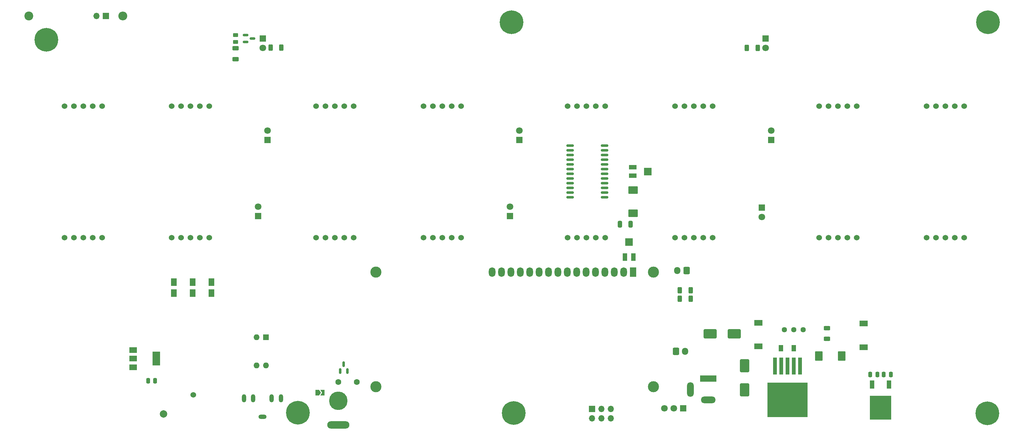
<source format=gbr>
%TF.GenerationSoftware,KiCad,Pcbnew,(6.0.10)*%
%TF.CreationDate,2023-11-27T04:30:22+11:00*%
%TF.ProjectId,Digislate,44696769-736c-4617-9465-2e6b69636164,rev?*%
%TF.SameCoordinates,Original*%
%TF.FileFunction,Soldermask,Bot*%
%TF.FilePolarity,Negative*%
%FSLAX46Y46*%
G04 Gerber Fmt 4.6, Leading zero omitted, Abs format (unit mm)*
G04 Created by KiCad (PCBNEW (6.0.10)) date 2023-11-27 04:30:22*
%MOMM*%
%LPD*%
G01*
G04 APERTURE LIST*
G04 Aperture macros list*
%AMRoundRect*
0 Rectangle with rounded corners*
0 $1 Rounding radius*
0 $2 $3 $4 $5 $6 $7 $8 $9 X,Y pos of 4 corners*
0 Add a 4 corners polygon primitive as box body*
4,1,4,$2,$3,$4,$5,$6,$7,$8,$9,$2,$3,0*
0 Add four circle primitives for the rounded corners*
1,1,$1+$1,$2,$3*
1,1,$1+$1,$4,$5*
1,1,$1+$1,$6,$7*
1,1,$1+$1,$8,$9*
0 Add four rect primitives between the rounded corners*
20,1,$1+$1,$2,$3,$4,$5,0*
20,1,$1+$1,$4,$5,$6,$7,0*
20,1,$1+$1,$6,$7,$8,$9,0*
20,1,$1+$1,$8,$9,$2,$3,0*%
%AMFreePoly0*
4,1,6,1.000000,0.000000,0.500000,-0.750000,-0.500000,-0.750000,-0.500000,0.750000,0.500000,0.750000,1.000000,0.000000,1.000000,0.000000,$1*%
%AMFreePoly1*
4,1,6,0.500000,-0.750000,-0.650000,-0.750000,-0.150000,0.000000,-0.650000,0.750000,0.500000,0.750000,0.500000,-0.750000,0.500000,-0.750000,$1*%
G04 Aperture macros list end*
%ADD10R,1.800000X1.800000*%
%ADD11C,1.800000*%
%ADD12C,0.800000*%
%ADD13C,6.400000*%
%ADD14C,1.524000*%
%ADD15C,2.400000*%
%ADD16O,2.400000X2.400000*%
%ADD17R,1.600000X1.600000*%
%ADD18O,1.600000X1.600000*%
%ADD19C,2.000000*%
%ADD20RoundRect,0.250000X0.625000X-0.312500X0.625000X0.312500X-0.625000X0.312500X-0.625000X-0.312500X0*%
%ADD21C,1.600000*%
%ADD22R,1.700000X1.700000*%
%ADD23O,1.700000X1.700000*%
%ADD24RoundRect,0.250000X-0.250000X-0.475000X0.250000X-0.475000X0.250000X0.475000X-0.250000X0.475000X0*%
%ADD25RoundRect,0.250000X-0.312500X-0.625000X0.312500X-0.625000X0.312500X0.625000X-0.312500X0.625000X0*%
%ADD26R,1.500000X1.500000*%
%ADD27FreePoly0,90.000000*%
%ADD28FreePoly0,270.000000*%
%ADD29RoundRect,0.250000X1.500000X1.000000X-1.500000X1.000000X-1.500000X-1.000000X1.500000X-1.000000X0*%
%ADD30R,2.000000X1.300000*%
%ADD31R,2.000000X2.000000*%
%ADD32RoundRect,0.150000X0.150000X-0.587500X0.150000X0.587500X-0.150000X0.587500X-0.150000X-0.587500X0*%
%ADD33C,1.440000*%
%ADD34RoundRect,0.250000X-1.025000X0.787500X-1.025000X-0.787500X1.025000X-0.787500X1.025000X0.787500X0*%
%ADD35RoundRect,0.250000X0.312500X0.625000X-0.312500X0.625000X-0.312500X-0.625000X0.312500X-0.625000X0*%
%ADD36R,4.400000X1.800000*%
%ADD37O,4.000000X1.800000*%
%ADD38O,1.800000X4.000000*%
%ADD39R,1.300000X2.000000*%
%ADD40RoundRect,0.250000X0.600000X0.725000X-0.600000X0.725000X-0.600000X-0.725000X0.600000X-0.725000X0*%
%ADD41O,1.700000X1.950000*%
%ADD42R,2.200000X1.500000*%
%ADD43FreePoly0,0.000000*%
%ADD44FreePoly1,0.000000*%
%ADD45RoundRect,0.150000X-0.587500X-0.150000X0.587500X-0.150000X0.587500X0.150000X-0.587500X0.150000X0*%
%ADD46R,1.300000X1.700000*%
%ADD47RoundRect,0.250000X0.250000X0.475000X-0.250000X0.475000X-0.250000X-0.475000X0.250000X-0.475000X0*%
%ADD48O,1.200000X2.200000*%
%ADD49O,2.200000X1.200000*%
%ADD50RoundRect,0.250000X-0.325000X-0.650000X0.325000X-0.650000X0.325000X0.650000X-0.325000X0.650000X0*%
%ADD51RoundRect,0.250000X0.787500X1.025000X-0.787500X1.025000X-0.787500X-1.025000X0.787500X-1.025000X0*%
%ADD52C,5.000000*%
%ADD53O,6.000000X2.000000*%
%ADD54R,1.100000X4.600000*%
%ADD55R,10.800000X9.400000*%
%ADD56R,1.200000X2.200000*%
%ADD57R,5.800000X6.400000*%
%ADD58RoundRect,0.250000X-1.000000X1.500000X-1.000000X-1.500000X1.000000X-1.500000X1.000000X1.500000X0*%
%ADD59RoundRect,0.250000X-0.600000X-0.725000X0.600000X-0.725000X0.600000X0.725000X-0.600000X0.725000X0*%
%ADD60RoundRect,0.250000X0.450000X-0.262500X0.450000X0.262500X-0.450000X0.262500X-0.450000X-0.262500X0*%
%ADD61R,2.000000X1.500000*%
%ADD62R,2.000000X3.800000*%
%ADD63C,3.000000*%
%ADD64R,1.800000X2.600000*%
%ADD65O,1.800000X2.600000*%
%ADD66RoundRect,0.150000X-0.875000X-0.150000X0.875000X-0.150000X0.875000X0.150000X-0.875000X0.150000X0*%
G04 APERTURE END LIST*
D10*
%TO.C,LD8*%
X147320000Y-82047000D03*
D11*
X147320000Y-79507000D03*
%TD*%
D12*
%TO.C,REF6*%
X274652944Y-133672944D03*
D13*
X276350000Y-135370000D03*
D12*
X278047056Y-133672944D03*
X274652944Y-137067056D03*
D13*
X276350000Y-135370000D03*
D12*
X278750000Y-135370000D03*
X276350000Y-132970000D03*
X276350000Y-137770000D03*
X278047056Y-137067056D03*
X273950000Y-135370000D03*
%TD*%
D14*
%TO.C,HR1*%
X26920000Y-87900000D03*
X29460000Y-87900000D03*
X32000000Y-87882000D03*
X34540000Y-87900000D03*
X37080000Y-87900000D03*
X37080000Y-52340000D03*
X34540000Y-52340000D03*
X32000000Y-52300000D03*
X29460000Y-52340000D03*
X26920000Y-52340000D03*
%TD*%
%TO.C,HR2*%
X55920000Y-87900000D03*
X58460000Y-87900000D03*
X61000000Y-87882000D03*
X63540000Y-87900000D03*
X66080000Y-87900000D03*
X66080000Y-52340000D03*
X63540000Y-52340000D03*
X61000000Y-52300000D03*
X58460000Y-52340000D03*
X55920000Y-52340000D03*
%TD*%
D10*
%TO.C,LD2*%
X80518000Y-34036000D03*
D11*
X80518000Y-36576000D03*
%TD*%
D12*
%TO.C,REF3*%
X276510000Y-32020000D03*
X274812944Y-27922944D03*
X278207056Y-27922944D03*
D13*
X276510000Y-29620000D03*
D12*
X274110000Y-29620000D03*
X274812944Y-31317056D03*
X278910000Y-29620000D03*
X278207056Y-31317056D03*
D13*
X276510000Y-29620000D03*
D12*
X276510000Y-27220000D03*
%TD*%
D15*
%TO.C,SW2*%
X17272000Y-27940000D03*
D16*
X42672000Y-27940000D03*
%TD*%
D13*
%TO.C,REF4*%
X89990000Y-135230000D03*
D12*
X89990000Y-132830000D03*
X91687056Y-136927056D03*
X88292944Y-133532944D03*
D13*
X89990000Y-135230000D03*
D12*
X87590000Y-135230000D03*
X89990000Y-137630000D03*
X88292944Y-136927056D03*
X92390000Y-135230000D03*
X91687056Y-133532944D03*
%TD*%
D14*
%TO.C,SC1*%
X162920000Y-87900000D03*
X165460000Y-87900000D03*
X168000000Y-87882000D03*
X170540000Y-87900000D03*
X173080000Y-87900000D03*
X173080000Y-52340000D03*
X170540000Y-52340000D03*
X168000000Y-52300000D03*
X165460000Y-52340000D03*
X162920000Y-52340000D03*
%TD*%
D10*
%TO.C,LD4*%
X79248000Y-82052000D03*
D11*
X79248000Y-79512000D03*
%TD*%
D12*
%TO.C,REF1*%
X23717056Y-36057056D03*
D13*
X22020000Y-34360000D03*
D12*
X19620000Y-34360000D03*
X20322944Y-36057056D03*
X24420000Y-34360000D03*
X23717056Y-32662944D03*
X22020000Y-36760000D03*
X22020000Y-31960000D03*
X20322944Y-32662944D03*
D13*
X22020000Y-34360000D03*
%TD*%
D14*
%TO.C,FR2*%
X259920000Y-87900000D03*
X262460000Y-87900000D03*
X265000000Y-87882000D03*
X267540000Y-87900000D03*
X270080000Y-87900000D03*
X270080000Y-52340000D03*
X267540000Y-52340000D03*
X265000000Y-52300000D03*
X262460000Y-52340000D03*
X259920000Y-52340000D03*
%TD*%
%TO.C,MN2*%
X123920000Y-87900000D03*
X126460000Y-87900000D03*
X129000000Y-87882000D03*
X131540000Y-87900000D03*
X134080000Y-87900000D03*
X134080000Y-52340000D03*
X131540000Y-52340000D03*
X129000000Y-52300000D03*
X126460000Y-52340000D03*
X123920000Y-52340000D03*
%TD*%
D17*
%TO.C,U8*%
X81395000Y-114800000D03*
D18*
X78855000Y-114800000D03*
X78855000Y-122420000D03*
X81395000Y-122420000D03*
%TD*%
D14*
%TO.C,SC2*%
X191920000Y-87900000D03*
X194460000Y-87900000D03*
X197000000Y-87882000D03*
X199540000Y-87900000D03*
X202080000Y-87900000D03*
X202080000Y-52340000D03*
X199540000Y-52340000D03*
X197000000Y-52300000D03*
X194460000Y-52340000D03*
X191920000Y-52340000D03*
%TD*%
%TO.C,MN1*%
X94920000Y-87900000D03*
X97460000Y-87900000D03*
X100000000Y-87882000D03*
X102540000Y-87900000D03*
X105080000Y-87900000D03*
X105080000Y-52340000D03*
X102540000Y-52340000D03*
X100000000Y-52300000D03*
X97460000Y-52340000D03*
X94920000Y-52340000D03*
%TD*%
D10*
%TO.C,LD1*%
X216408000Y-34031000D03*
D11*
X216408000Y-36571000D03*
%TD*%
D19*
%TO.C,AE1*%
X53680000Y-135548000D03*
%TD*%
D13*
%TO.C,REF2*%
X147770000Y-29630000D03*
D12*
X146072944Y-31327056D03*
D13*
X147770000Y-29630000D03*
D12*
X147770000Y-27230000D03*
X149467056Y-27932944D03*
X150170000Y-29630000D03*
X147770000Y-32030000D03*
X149467056Y-31327056D03*
X146072944Y-27932944D03*
X145370000Y-29630000D03*
%TD*%
D10*
%TO.C,LD5*%
X215420000Y-79770000D03*
D11*
X215420000Y-82310000D03*
%TD*%
D10*
%TO.C,LD7*%
X149860000Y-61473000D03*
D11*
X149860000Y-58933000D03*
%TD*%
D14*
%TO.C,U9*%
X61700000Y-130400000D03*
%TD*%
D10*
%TO.C,LD3*%
X81788000Y-61473000D03*
D11*
X81788000Y-58933000D03*
%TD*%
D10*
%TO.C,LD6*%
X217932000Y-61468000D03*
D11*
X217932000Y-58928000D03*
%TD*%
D12*
%TO.C,REF5*%
X150037056Y-133562944D03*
X146642944Y-133562944D03*
X145940000Y-135260000D03*
X148340000Y-132860000D03*
D13*
X148340000Y-135260000D03*
D12*
X150037056Y-136957056D03*
X150740000Y-135260000D03*
X146642944Y-136957056D03*
D13*
X148340000Y-135260000D03*
D12*
X148340000Y-137660000D03*
%TD*%
D14*
%TO.C,FR1*%
X230920000Y-87900000D03*
X233460000Y-87900000D03*
X236000000Y-87882000D03*
X238540000Y-87900000D03*
X241080000Y-87900000D03*
X241080000Y-52340000D03*
X238540000Y-52340000D03*
X236000000Y-52300000D03*
X233460000Y-52340000D03*
X230920000Y-52340000D03*
%TD*%
D20*
%TO.C,R21*%
X233000000Y-115262500D03*
X233000000Y-112337500D03*
%TD*%
D21*
%TO.C,C2*%
X100900000Y-126900000D03*
X105900000Y-126900000D03*
%TD*%
D22*
%TO.C,SW1*%
X38137000Y-27940000D03*
D23*
X35597000Y-27940000D03*
%TD*%
D24*
%TO.C,C12*%
X244720000Y-124920000D03*
X246620000Y-124920000D03*
%TD*%
D25*
%TO.C,R9*%
X211340000Y-36560000D03*
X214265000Y-36560000D03*
%TD*%
D26*
%TO.C,J1*%
X56440000Y-102590000D03*
X56440000Y-100190000D03*
D27*
X56440000Y-103390000D03*
D28*
X56440000Y-99390000D03*
%TD*%
D29*
%TO.C,C16*%
X207907500Y-113900000D03*
X201407500Y-113900000D03*
%TD*%
D30*
%TO.C,RV3*%
X180530000Y-68850000D03*
D31*
X184530000Y-70000000D03*
D30*
X180530000Y-71150000D03*
%TD*%
D32*
%TO.C,Q2*%
X103350000Y-123937500D03*
X101450000Y-123937500D03*
X102400000Y-122062500D03*
%TD*%
D33*
%TO.C,RV2*%
X226550000Y-112800000D03*
X224010000Y-112800000D03*
X221470000Y-112800000D03*
%TD*%
D34*
%TO.C,C17*%
X180570000Y-75050000D03*
X180570000Y-81275000D03*
%TD*%
D35*
%TO.C,R10*%
X85542500Y-36510000D03*
X82617500Y-36510000D03*
%TD*%
D36*
%TO.C,CN5*%
X200900000Y-125950000D03*
D37*
X200900000Y-131750000D03*
D38*
X196100000Y-128950000D03*
%TD*%
D39*
%TO.C,RV1*%
X178350000Y-93100000D03*
D31*
X179500000Y-89100000D03*
D39*
X180650000Y-93100000D03*
%TD*%
D40*
%TO.C,CN1*%
X195050000Y-96800000D03*
D41*
X192550000Y-96800000D03*
%TD*%
D25*
%TO.C,R22*%
X193237500Y-102100000D03*
X196162500Y-102100000D03*
%TD*%
D42*
%TO.C,L2*%
X214500000Y-117300000D03*
X214500000Y-110900000D03*
%TD*%
D22*
%TO.C,CN4*%
X169475000Y-134225000D03*
D23*
X169475000Y-136765000D03*
X172015000Y-134225000D03*
X172015000Y-136765000D03*
X174555000Y-134225000D03*
X174555000Y-136765000D03*
%TD*%
D43*
%TO.C,J4*%
X95275000Y-129810000D03*
D44*
X96725000Y-129810000D03*
%TD*%
D26*
%TO.C,J2*%
X66600000Y-100190000D03*
X66600000Y-102590000D03*
D27*
X66600000Y-103390000D03*
D28*
X66600000Y-99390000D03*
%TD*%
D45*
%TO.C,Q1*%
X75842500Y-34990000D03*
X75842500Y-33090000D03*
X77717500Y-34040000D03*
%TD*%
D46*
%TO.C,D2*%
X220550000Y-117800000D03*
X224050000Y-117800000D03*
%TD*%
D47*
%TO.C,C6*%
X51402500Y-126600000D03*
X49502500Y-126600000D03*
%TD*%
D48*
%TO.C,CN6*%
X85400000Y-131300000D03*
X82900000Y-131300000D03*
D49*
X80400000Y-136300000D03*
D48*
X75400000Y-131300000D03*
X77900000Y-131300000D03*
%TD*%
D10*
%TO.C,LD9*%
X194150000Y-134000000D03*
D11*
X191610000Y-134000000D03*
X189070000Y-134000000D03*
%TD*%
D20*
%TO.C,R11*%
X73120000Y-39622500D03*
X73120000Y-36697500D03*
%TD*%
D50*
%TO.C,C5*%
X176995000Y-84270000D03*
X179945000Y-84270000D03*
%TD*%
D51*
%TO.C,C18*%
X237012500Y-119900000D03*
X230787500Y-119900000D03*
%TD*%
D52*
%TO.C,CN3*%
X100900000Y-132000000D03*
D53*
X100900000Y-138500000D03*
%TD*%
D42*
%TO.C,L1*%
X242900000Y-117500000D03*
X242900000Y-111100000D03*
%TD*%
D54*
%TO.C,U5*%
X218925000Y-122575000D03*
X220625000Y-122575000D03*
X222325000Y-122575000D03*
D55*
X222325000Y-131725000D03*
D54*
X224025000Y-122575000D03*
X225725000Y-122575000D03*
%TD*%
D25*
%TO.C,R23*%
X193237500Y-104400000D03*
X196162500Y-104400000D03*
%TD*%
D56*
%TO.C,U4*%
X245195000Y-127575000D03*
D57*
X247475000Y-133875000D03*
D56*
X249755000Y-127575000D03*
%TD*%
D58*
%TO.C,C15*%
X210700000Y-122550000D03*
X210700000Y-129050000D03*
%TD*%
D59*
%TO.C,CN2*%
X192150000Y-118600000D03*
D41*
X194650000Y-118600000D03*
%TD*%
D26*
%TO.C,J3*%
X61520000Y-102590000D03*
X61520000Y-100190000D03*
D28*
X61520000Y-99390000D03*
D27*
X61520000Y-103390000D03*
%TD*%
D60*
%TO.C,R1*%
X73120000Y-34932500D03*
X73120000Y-33107500D03*
%TD*%
D61*
%TO.C,U7*%
X45450000Y-122900000D03*
D62*
X51750000Y-120600000D03*
D61*
X45450000Y-120600000D03*
X45450000Y-118300000D03*
%TD*%
D24*
%TO.C,C3*%
X248350000Y-124920000D03*
X250250000Y-124920000D03*
%TD*%
D63*
%TO.C,DS1*%
X186089100Y-97164500D03*
X186089100Y-128165200D03*
X111090520Y-128165200D03*
X111090000Y-97164500D03*
D64*
X180590000Y-97164500D03*
D65*
X178050000Y-97164500D03*
X175510000Y-97164500D03*
X172970000Y-97164500D03*
X170430000Y-97164500D03*
X167890000Y-97164500D03*
X165350000Y-97164500D03*
X162810000Y-97164500D03*
X160270000Y-97164500D03*
X157730000Y-97164500D03*
X155190000Y-97164500D03*
X152650000Y-97164500D03*
X150110000Y-97164500D03*
X147570000Y-97164500D03*
X145030000Y-97164500D03*
X142490000Y-97164500D03*
%TD*%
D66*
%TO.C,U2*%
X163570000Y-76995000D03*
X163570000Y-75725000D03*
X163570000Y-74455000D03*
X163570000Y-73185000D03*
X163570000Y-71915000D03*
X163570000Y-70645000D03*
X163570000Y-69375000D03*
X163570000Y-68105000D03*
X163570000Y-66835000D03*
X163570000Y-65565000D03*
X163570000Y-64295000D03*
X163570000Y-63025000D03*
X172870000Y-63025000D03*
X172870000Y-64295000D03*
X172870000Y-65565000D03*
X172870000Y-66835000D03*
X172870000Y-68105000D03*
X172870000Y-69375000D03*
X172870000Y-70645000D03*
X172870000Y-71915000D03*
X172870000Y-73185000D03*
X172870000Y-74455000D03*
X172870000Y-75725000D03*
X172870000Y-76995000D03*
%TD*%
M02*

</source>
